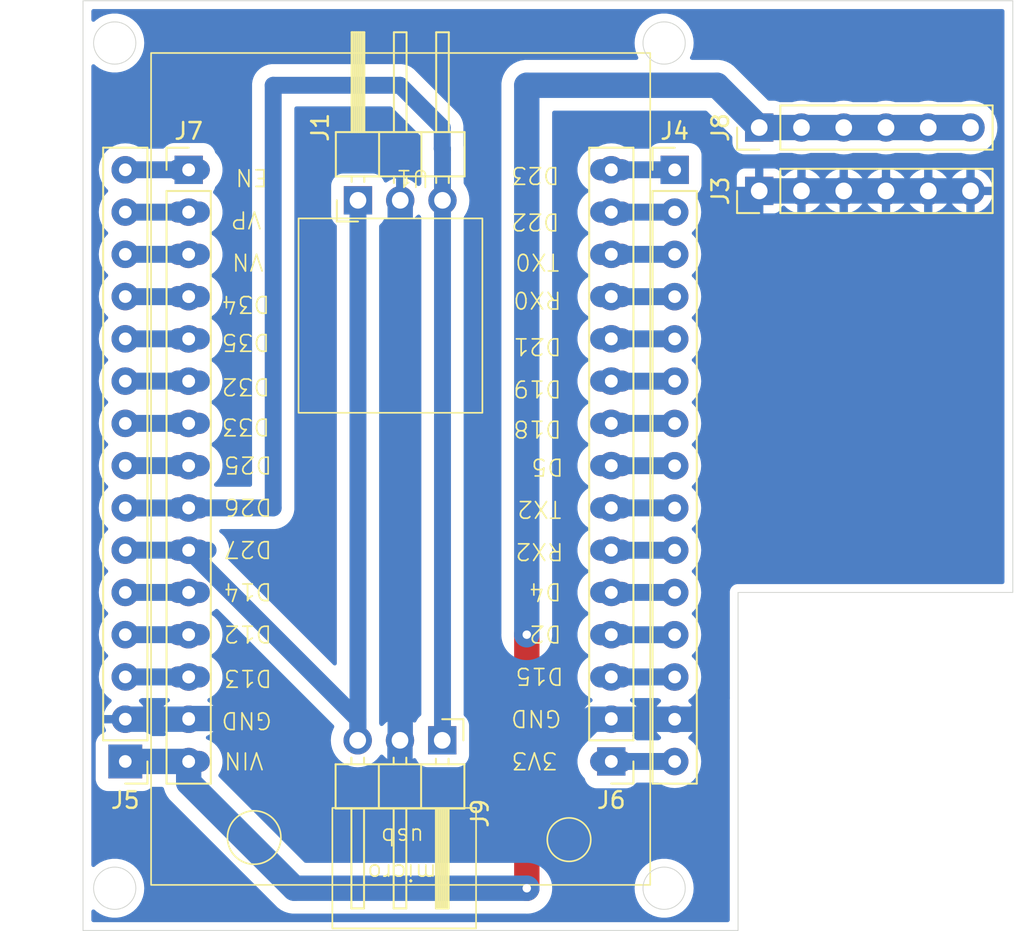
<source format=kicad_pcb>
(kicad_pcb (version 20240108) (generator "pcbnew") (generator_version "8.0")
  (layers (0 "F.Cu" signal) (31 "B.Cu" signal) (34 "B.Paste" user) (35 "F.Paste" user) (36 "B.SilkS" user "B.Silkscreen") (37 "F.SilkS" user "F.Silkscreen") (38 "B.Mask" user) (39 "F.Mask" user) (44 "Edge.Cuts" user))
  (net 0 "")
  (net 1 "Net-(J5-Pin_9)")
  (net 2 "Net-(J5-Pin_10)")
  (net 3 "GND")
  (net 4 "Net-(J4-Pin_4)")
  (net 5 "Net-(J4-Pin_8)")
  (net 6 "Net-(J4-Pin_2)")
  (net 7 "Net-(J4-Pin_7)")
  (net 8 "Net-(J4-Pin_3)")
  (net 9 "Net-(J4-Pin_15)")
  (net 10 "Net-(J4-Pin_11)")
  (net 11 "Net-(J4-Pin_12)")
  (net 12 "Net-(J4-Pin_6)")
  (net 13 "Net-(J4-Pin_13)")
  (net 14 "Net-(J5-Pin_15)")
  (net 15 "Net-(J5-Pin_12)")
  (net 16 "Net-(J4-Pin_5)")
  (net 17 "Net-(J4-Pin_10)")
  (net 18 "Net-(J5-Pin_11)")
  (net 19 "Net-(J5-Pin_3)")
  (net 20 "Net-(J5-Pin_14)")
  (net 21 "Net-(J5-Pin_13)")
  (net 22 "Net-(J5-Pin_8)")
  (net 23 "VCC")
  (net 24 "Net-(J4-Pin_9)")
  (net 25 "Net-(J4-Pin_1)")
  (net 26 "Net-(J5-Pin_5)")
  (net 27 "D27")
  (net 28 "D26")
  (net 29 "Net-(J5-Pin_4)")
  (footprint "DaveESP32ibrary:ESP32-DEVKITV1" (layer "F.Cu") (at 22.2225 40.635 180)
    (property "Reference" "U1" (at 1.778 29.972 180) (layer "F.SilkS") (effects (font (thickness 0.1))))
    (property "Value" "~")
    (fp_rect (start -2.032 -15.113) (end 6.604 -7.874) (stroke (width 0.1)) (fill none) (layer "F.SilkS"))
    (fp_rect (start -2.413 15.875) (end 8.636 27.559) (stroke (width 0.1)) (fill none) (layer "F.SilkS"))
    (fp_rect (start -12.5 -12.5) (end 17.5 37.5) (stroke (width 0.1)) (fill none) (layer "F.SilkS"))
    (fp_circle (center 11.303 -9.652) (end 12.827 -9.144) (stroke (width 0.1)) (fill none) (layer "F.SilkS"))
    (fp_circle (center -7.62 -9.779) (end -6.477 -9.144) (stroke (width 0.1)) (fill none) (layer "F.SilkS"))
    (fp_text user "D21" (at -7.239 20.447 180) (layer "F.SilkS") (effects (font (thickness 0.1)) (justify left bottom)))
    (fp_text user "TX2" (at -7.239 10.668 180) (layer "F.SilkS") (effects (font (thickness 0.1)) (justify left bottom)))
    (fp_text user "D25" (at 10.16 13.335 180) (layer "F.SilkS") (effects (font (thickness 0.1)) (justify left bottom)))
    (fp_text user "D34" (at 10.287 22.987 180) (layer "F.SilkS") (effects (font (thickness 0.1)) (justify left bottom)))
    (fp_text user "usb" (at 1.016 -9.017 180) (layer "F.SilkS") (effects (font (thickness 0.1)) (justify left bottom)))
    (fp_text user "RX0" (at -7.239 23.241 180) (layer "F.SilkS") (effects (font (thickness 0.1)) (justify left bottom)))
    (fp_text user "GND" (at 10.16 -2.032 180) (layer "F.SilkS") (effects (font (thickness 0.1)) (justify left bottom)))
    (fp_text user "D14" (at 10.16 5.715 180) (layer "F.SilkS") (effects (font (thickness 0.1)) (justify left bottom)))
    (fp_text user "D19" (at -7.239 17.907 180) (layer "F.SilkS") (effects (font (thickness 0.1)) (justify left bottom)))
    (fp_text user "D15" (at -7.366 0.635 180) (layer "F.SilkS") (effects (font (thickness 0.1)) (justify left bottom)))
    (fp_text user "D33" (at 10.287 15.621 180) (layer "F.SilkS") (effects (font (thickness 0.1)) (justify left bottom)))
    (fp_text user "D23" (at -7.112 30.734 180) (layer "F.SilkS") (effects (font (thickness 0.1)) (justify left bottom)))
    (fp_text user "GND" (at -7.239 -1.905 180) (layer "F.SilkS") (effects (font (thickness 0.1)) (justify left bottom)))
    (fp_text user "TX0" (at -7.112 25.527 180) (layer "F.SilkS") (effects (font (thickness 0.1)) (justify left bottom)))
    (fp_text user "EN" (at 10.414 30.607 180) (layer "F.SilkS") (effects (font (thickness 0.1)) (justify left bottom)))
    (fp_text user "VIN" (at 10.668 -4.445 180) (layer "F.SilkS") (effects (font (thickness 0.1)) (justify left bottom)))
    (fp_text user "D22" (at -7.112 27.94 180) (layer "F.SilkS") (effects (font (thickness 0.1)) (justify left bottom)))
    (fp_text user "RX2" (at -7.366 8.128 180) (layer "F.SilkS") (effects (font (thickness 0.1)) (justify left bottom)))
    (fp_text user "D18" (at -7.239 15.494 180) (layer "F.SilkS") (effects (font (thickness 0.1)) (justify left bottom)))
    (fp_text user "micro" (at 0.254 -11.176 180) (layer "F.SilkS") (effects (font (thickness 0.1)) (justify left bottom)))
    (fp_text user "VN" (at 10.668 25.527 180) (layer "F.SilkS") (effects (font (thickness 0.1)) (justify left bottom)))
    (fp_text user "D26" (at 10.16 10.795 180) (layer "F.SilkS") (effects (font (thickness 0.1)) (justify left bottom)))
    (fp_text user "D13" (at 10.16 0.508 180) (layer "F.SilkS") (effects (font (thickness 0.1)) (justify left bottom)))
    (fp_text user "D5" (at -7.366 13.208 180) (layer "F.SilkS") (effects (font (thickness 0.1)) (justify left bottom)))
    (fp_text user "D12" (at 10.16 3.175 180) (layer "F.SilkS") (effects (font (thickness 0.1)) (justify left bottom)))
    (fp_text user "D4" (at -7.239 5.715 180) (layer "F.SilkS") (effects (font (thickness 0.1)) (justify left bottom)))
    (fp_text user "D2" (at -7.239 3.175 180) (layer "F.SilkS") (effects (font (thickness 0.1)) (justify left bottom)))
    (fp_text user "3V3" (at -6.985 -4.445 180) (layer "F.SilkS") (effects (font (thickness 0.1)) (justify left bottom)))
    (fp_text user "D27" (at 10.16 8.255 180) (layer "F.SilkS") (effects (font (thickness 0.1)) (justify left bottom)))
    (fp_text user "D35" (at 10.287 20.701 180) (layer "F.SilkS") (effects (font (thickness 0.1)) (justify left bottom)))
    (fp_text user "VP" (at 10.795 28.067 180) (layer "F.SilkS") (effects (font (thickness 0.1)) (justify left bottom)))
    (fp_text user "D32" (at 10.287 18.034 180) (layer "F.SilkS") (effects (font (thickness 0.1)) (justify left bottom)))
    (pad "1" thru_hole oval (at -10.16 -5.08 180) (size 2.54 1.27) (drill 0.762) (layers "*.Cu" "*.Mask") (net 9 "Net-(J4-Pin_15)"))
    (pad "2" thru_hole oval (at -10.16 -2.5 180) (size 2.54 1.27) (drill 0.762) (layers "*.Cu" "*.Mask") (net 3 "GND"))
    (pad "3" thru_hole oval (at -10.16 0 180) (size 2.54 1.27) (drill 0.762) (layers "*.Cu" "*.Mask") (net 13 "Net-(J4-Pin_13)"))
    (pad "4" thru_hole oval (at -10.16 2.54 180) (size 2.54 1.27) (drill 0.762) (layers "*.Cu" "*.Mask") (net 11 "Net-(J4-Pin_12)"))
    (pad "5" thru_hole oval (at -10.16 5.08 180) (size 2.54 1.27) (drill 0.762) (layers "*.Cu" "*.Mask") (net 10 "Net-(J4-Pin_11)"))
    (pad "6" thru_hole oval (at -10.16 7.62 180) (size 2.54 1.27) (drill 0.762) (layers "*.Cu" "*.Mask") (net 17 "Net-(J4-Pin_10)"))
    (pad "7" thru_hole oval (at -10.16 10.16 180) (size 2.54 1.27) (drill 0.762) (layers "*.Cu" "*.Mask") (net 24 "Net-(J4-Pin_9)"))
    (pad "8" thru_hole oval (at -10.16 12.7 180) (size 2.54 1.27) (drill 0.762) (layers "*.Cu" "*.Mask") (net 5 "Net-(J4-Pin_8)"))
    (pad "9" thru_hole oval (at -10.16 15.24 180) (size 2.54 1.27) (drill 0.762) (layers "*.Cu" "*.Mask") (net 7 "Net-(J4-Pin_7)"))
    (pad "10" thru_hole oval (at -10.16 17.78 180) (size 2.54 1.27) (drill 0.762) (layers "*.Cu" "*.Mask") (net 12 "Net-(J4-Pin_6)"))
    (pad "11" thru_hole oval (at -10.16 20.32 180) (size 2.54 1.27) (drill 0.762) (layers "*.Cu" "*.Mask") (net 16 "Net-(J4-Pin_5)"))
    (pad "12" thru_hole oval (at -10.16 22.86 180) (size 2.54 1.27) (drill 0.762) (layers "*.Cu" "*.Mask") (net 4 "Net-(J4-Pin_4)"))
    (pad "13" thru_hole oval (at -10.16 25.4 180) (size 2.54 1.27) (drill 0.762) (layers "*.Cu" "*.Mask") (net 8 "Net-(J4-Pin_3)"))
    (pad "14" thru_hole oval (at -10.16 27.94 180) (size 2.54 1.27) (drill 0.762) (layers "*.Cu" "*.Mask") (net 6 "Net-(J4-Pin_2)"))
    (pad "15" thru_hole oval (at -10.16 30.48 180) (size 2.54 1.27) (drill 0.762) (layers "*.Cu" "*.Mask") (net 25 "Net-(J4-Pin_1)"))
    (pad "16" thru_hole oval (at 15.24 30.48 180) (size 2.54 1.27) (drill 0.762) (layers "*.Cu" "*.Mask") (net 14 "Net-(J5-Pin_15)"))
    (pad "17" thru_hole oval (at 15.24 27.94 180) (size 2.54 1.27) (drill 0.762) (layers "*.Cu" "*.Mask") (net 20 "Net-(J5-Pin_14)"))
    (pad "18" thru_hole oval (at 15.24 25.4 180) (size 2.54 1.27) (drill 0.762) (layers "*.Cu" "*.Mask") (net 21 "Net-(J5-Pin_13)"))
    (pad "19" thru_hole oval (at 15.24 22.86 180) (size 2.54 1.27) (drill 0.762) (layers "*.Cu" "*.Mask") (net 15 "Net-(J5-Pin_12)"))
    (pad "20" thru_hole oval (at 15.24 20.32 180) (size 2.54 1.27) (drill 0.762) (layers "*.Cu" "*.Mask") (net 18 "Net-(J5-Pin_11)"))
    (pad "21" thru_hole oval (at 15.24 17.78 180) (size 2.54 1.27) (drill 0.762) (layers "*.Cu" "*.Mask") (net 2 "Net-(J5-Pin_10)"))
    (pad "22" thru_hole oval (at 15.24 15.24 180) (size 2.54 1.27) (drill 0.762) (layers "*.Cu" "*.Mask") (net 1 "Net-(J5-Pin_9)"))
    (pad "23" thru_hole oval (at 15.24 12.7 180) (size 2.54 1.27) (drill 0.762) (layers "*.Cu" "*.Mask") (net 22 "Net-(J5-Pin_8)"))
    (pad "24" thru_hole oval (at 15.24 10.16 180) (size 2.54 1.27) (drill 0.762) (layers "*.Cu" "*.Mask") (net 28 "D26"))
    (pad "25" thru_hole oval (at 15.24 7.62 180) (size 2.54 1.27) (drill 0.762) (layers "*.Cu" "*.Mask") (net 27 "D27"))
    (pad "26" thru_hole oval (at 15.24 5.08 180) (size 2.54 1.27) (drill 0.762) (layers "*.Cu" "*.Mask") (net 26 "Net-(J5-Pin_5)"))
    (pad "27" thru_hole oval (at 15.24 2.54 180) (size 2.54 1.27) (drill 0.762) (layers "*.Cu" "*.Mask") (net 29 "Net-(J5-Pin_4)"))
    (pad "28" thru_hole oval (at 15.24 0 180) (size 2.54 1.27) (drill 0.762) (layers "*.Cu" "*.Mask") (net 19 "Net-(J5-Pin_3)"))
    (pad "29" thru_hole oval (at 15.24 -2.5 180) (size 2.54 1.27) (drill 0.762) (layers "*.Cu" "*.Mask") (net 3 "GND"))
    (pad "30" thru_hole oval (at 15.24 -5.08 180) (size 2.54 1.27) (drill 0.762) (layers "*.Cu" "*.Mask") (net 23 "VCC"))
  )
  (footprint "Connector_PinHeader_2.54mm:PinHeader_1x15_P2.54mm_Vertical" (layer "F.Cu") (at 32.3825 45.715 180)
    (property "Reference" "J6" (at 0 -2.33 0) (layer "F.SilkS"))
    (property "Value" "Conn_01x15_Pin")
    (fp_line (start 1.33 1.27) (end 1.33 36.89) (stroke (width 0.12)) (layer "F.SilkS"))
    (fp_line (start -1.33 36.89) (end 1.33 36.89) (stroke (width 0.12)) (layer "F.SilkS"))
    (fp_line (start -1.33 1.27) (end 1.33 1.27) (stroke (width 0.12)) (layer "F.SilkS"))
    (fp_line (start -1.33 1.27) (end -1.33 36.89) (stroke (width 0.12)) (layer "F.SilkS"))
    (fp_line (start -1.33 0) (end -1.33 -1.33) (stroke (width 0.12)) (layer "F.SilkS"))
    (fp_line (start -1.33 -1.33) (end 0 -1.33) (stroke (width 0.12)) (layer "F.SilkS"))
    (pad "1" thru_hole rect (at 0 0 180) (size 1.7 1.7) (drill 0.762) (layers "*.Cu" "*.Mask") (net 9 "Net-(J4-Pin_15)"))
    (pad "2" thru_hole oval (at 0 2.54 180) (size 1.651 1.651) (drill 0.762) (layers "*.Cu" "*.Mask") (net 3 "GND"))
    (pad "3" thru_hole oval (at 0 5.08 180) (size 1.651 1.651) (drill 0.762) (layers "*.Cu" "*.Mask") (net 13 "Net-(J4-Pin_13)"))
    (pad "4" thru_hole oval (at 0 7.62 180) (size 1.651 1.651) (drill 0.762) (layers "*.Cu" "*.Mask") (net 11 "Net-(J4-Pin_12)"))
    (pad "5" thru_hole oval (at 0 10.16 180) (size 1.651 1.651) (drill 0.762) (layers "*.Cu" "*.Mask") (net 10 "Net-(J4-Pin_11)"))
    (pad "6" thru_hole oval (at 0 12.7 180) (size 1.651 1.651) (drill 0.762) (layers "*.Cu" "*.Mask") (net 17 "Net-(J4-Pin_10)"))
    (pad "7" thru_hole oval (at 0 15.24 180) (size 1.651 1.651) (drill 0.762) (layers "*.Cu" "*.Mask") (net 24 "Net-(J4-Pin_9)"))
    (pad "8" thru_hole oval (at 0 17.78 180) (size 1.651 1.651) (drill 0.762) (layers "*.Cu" "*.Mask") (net 5 "Net-(J4-Pin_8)"))
    (pad "9" thru_hole oval (at 0 20.32 180) (size 1.651 1.651) (drill 0.762) (layers "*.Cu" "*.Mask") (net 7 "Net-(J4-Pin_7)"))
    (pad "10" thru_hole oval (at 0 22.86 180) (size 1.651 1.651) (drill 0.762) (layers "*.Cu" "*.Mask") (net 12 "Net-(J4-Pin_6)"))
    (pad "11" thru_hole oval (at 0 25.4 180) (size 1.651 1.651) (drill 0.762) (layers "*.Cu" "*.Mask") (net 16 "Net-(J4-Pin_5)"))
    (pad "12" thru_hole oval (at 0 27.94 180) (size 1.651 1.651) (drill 0.762) (layers "*.Cu" "*.Mask") (net 4 "Net-(J4-Pin_4)"))
    (pad "13" thru_hole oval (at 0 30.48 180) (size 1.651 1.651) (drill 0.762) (layers "*.Cu" "*.Mask") (net 8 "Net-(J4-Pin_3)"))
    (pad "14" thru_hole oval (at 0 33.02 180) (size 1.651 1.651) (drill 0.762) (layers "*.Cu" "*.Mask") (net 6 "Net-(J4-Pin_2)"))
    (pad "15" thru_hole oval (at 0 35.56 180) (size 1.651 1.651) (drill 0.762) (layers "*.Cu" "*.Mask") (net 25 "Net-(J4-Pin_1)"))
  )
  (footprint "Connector_PinHeader_2.54mm:PinHeader_1x15_P2.54mm_Vertical" (layer "F.Cu") (at 6.9825 10.16)
    (property "Reference" "J7" (at 0 -2.33 0) (layer "F.SilkS"))
    (property "Value" "Conn_01x15_Pin")
    (fp_line (start -1.33 -1.33) (end 0 -1.33) (stroke (width 0.12)) (layer "F.SilkS"))
    (fp_line (start -1.33 0) (end -1.33 -1.33) (stroke (width 0.12)) (layer "F.SilkS"))
    (fp_line (start -1.33 1.27) (end -1.33 36.89) (stroke (width 0.12)) (layer "F.SilkS"))
    (fp_line (start -1.33 1.27) (end 1.33 1.27) (stroke (width 0.12)) (layer "F.SilkS"))
    (fp_line (start -1.33 36.89) (end 1.33 36.89) (stroke (width 0.12)) (layer "F.SilkS"))
    (fp_line (start 1.33 1.27) (end 1.33 36.89) (stroke (width 0.12)) (layer "F.SilkS"))
    (pad "1" thru_hole rect (at 0 0) (size 1.7 1.7) (drill 0.762) (layers "*.Cu" "*.Mask") (net 14 "Net-(J5-Pin_15)"))
    (pad "2" thru_hole oval (at 0 2.54) (size 1.651 1.651) (drill 0.762) (layers "*.Cu" "*.Mask") (net 20 "Net-(J5-Pin_14)"))
    (pad "3" thru_hole oval (at 0 5.08) (size 1.651 1.651) (drill 0.762) (layers "*.Cu" "*.Mask") (net 21 "Net-(J5-Pin_13)"))
    (pad "4" thru_hole oval (at 0 7.62) (size 1.651 1.651) (drill 0.762) (layers "*.Cu" "*.Mask") (net 15 "Net-(J5-Pin_12)"))
    (pad "5" thru_hole oval (at 0 10.16) (size 1.651 1.651) (drill 0.762) (layers "*.Cu" "*.Mask") (net 18 "Net-(J5-Pin_11)"))
    (pad "6" thru_hole oval (at 0 12.7) (size 1.651 1.651) (drill 0.762) (layers "*.Cu" "*.Mask") (net 2 "Net-(J5-Pin_10)"))
    (pad "7" thru_hole oval (at 0 15.24) (size 1.651 1.651) (drill 0.762) (layers "*.Cu" "*.Mask") (net 1 "Net-(J5-Pin_9)"))
    (pad "8" thru_hole oval (at 0 17.78) (size 1.651 1.651) (drill 0.762) (layers "*.Cu" "*.Mask") (net 22 "Net-(J5-Pin_8)"))
    (pad "9" thru_hole oval (at 0 20.32) (size 1.651 1.651) (drill 0.762) (layers "*.Cu" "*.Mask") (net 28 "D26"))
    (pad "10" thru_hole oval (at 0 22.86) (size 1.651 1.651) (drill 0.762) (layers "*.Cu" "*.Mask") (net 27 "D27"))
    (pad "11" thru_hole oval (at 0 25.4) (size 1.651 1.651) (drill 0.762) (layers "*.Cu" "*.Mask") (net 26 "Net-(J5-Pin_5)"))
    (pad "12" thru_hole oval (at 0 27.94) (size 1.651 1.651) (drill 0.762) (layers "*.Cu" "*.Mask") (net 29 "Net-(J5-Pin_4)"))
    (pad "13" thru_hole oval (at 0 30.48) (size 1.651 1.651) (drill 0.762) (layers "*.Cu" "*.Mask") (net 19 "Net-(J5-Pin_3)"))
    (pad "14" thru_hole oval (at 0 33.02) (size 1.651 1.651) (drill 0.762) (layers "*.Cu" "*.Mask") (net 3 "GND"))
    (pad "15" thru_hole oval (at 0 35.56) (size 1.651 1.651) (drill 0.762) (layers "*.Cu" "*.Mask") (net 23 "VCC"))
  )
  (footprint "Connector_PinHeader_2.54mm:PinHeader_1x06_P2.54mm_Vertical" (layer "F.Cu") (at 41.2725 11.425 90)
    (property "Reference" "J3" (at 0 -2.33 90) (layer "F.SilkS"))
    (property "Value" "Conn_01x06_Pin")
    (fp_line (start -1.33 -1.33) (end 0 -1.33) (stroke (width 0.12)) (layer "F.SilkS"))
    (fp_line (start -1.33 0) (end -1.33 -1.33) (stroke (width 0.12)) (layer "F.SilkS"))
    (fp_line (start 1.33 1.27) (end 1.33 14.03) (stroke (width 0.12)) (layer "F.SilkS"))
    (fp_line (start -1.33 1.27) (end 1.33 1.27) (stroke (width 0.12)) (layer "F.SilkS"))
    (fp_line (start -1.33 1.27) (end -1.33 14.03) (stroke (width 0.12)) (layer "F.SilkS"))
    (fp_line (start -1.33 14.03) (end 1.33 14.03) (stroke (width 0.12)) (layer "F.SilkS"))
    (pad "1" thru_hole rect (at 0 0 90) (size 1.7 1.7) (drill 1) (layers "*.Cu" "*.Mask") (net 3 "GND"))
    (pad "2" thru_hole oval (at 0 2.54 90) (size 1.7 1.7) (drill 1) (layers "*.Cu" "*.Mask") (net 3 "GND"))
    (pad "3" thru_hole oval (at 0 5.08 90) (size 1.7 1.7) (drill 1) (layers "*.Cu" "*.Mask") (net 3 "GND"))
    (pad "4" thru_hole oval (at 0 7.62 90) (size 1.7 1.7) (drill 1) (layers "*.Cu" "*.Mask") (net 3 "GND"))
    (pad "5" thru_hole oval (at 0 10.16 90) (size 1.7 1.7) (drill 1) (layers "*.Cu" "*.Mask") (net 3 "GND"))
    (pad "6" thru_hole oval (at 0 12.7 90) (size 1.7 1.7) (drill 1) (layers "*.Cu" "*.Mask") (net 3 "GND"))
  )
  (footprint "Connector_PinHeader_2.54mm:PinHeader_1x06_P2.54mm_Vertical" (layer "F.Cu") (at 41.2725 7.615 90)
    (property "Reference" "J8" (at 0 -2.33 90) (layer "F.SilkS"))
    (property "Value" "Conn_01x06_Pin")
    (fp_line (start -1.33 -1.33) (end 0 -1.33) (stroke (width 0.12)) (layer "F.SilkS"))
    (fp_line (start -1.33 0) (end -1.33 -1.33) (stroke (width 0.12)) (layer "F.SilkS"))
    (fp_line (start 1.33 1.27) (end 1.33 14.03) (stroke (width 0.12)) (layer "F.SilkS"))
    (fp_line (start -1.33 1.27) (end 1.33 1.27) (stroke (width 0.12)) (layer "F.SilkS"))
    (fp_line (start -1.33 1.27) (end -1.33 14.03) (stroke (width 0.12)) (layer "F.SilkS"))
    (fp_line (start -1.33 14.03) (end 1.33 14.03) (stroke (width 0.12)) (layer "F.SilkS"))
    (pad "1" thru_hole rect (at 0 0 90) (size 1.7 1.7) (drill 1) (layers "*.Cu" "*.Mask") (net 23 "VCC"))
    (pad "2" thru_hole oval (at 0 2.54 90) (size 1.7 1.7) (drill 1) (layers "*.Cu" "*.Mask") (net 23 "VCC"))
    (pad "3" thru_hole oval (at 0 5.08 90) (size 1.7 1.7) (drill 1) (layers "*.Cu" "*.Mask") (net 23 "VCC"))
    (pad "4" thru_hole oval (at 0 7.62 90) (size 1.7 1.7) (drill 1) (layers "*.Cu" "*.Mask") (net 23 "VCC"))
    (pad "5" thru_hole oval (at 0 10.16 90) (size 1.7 1.7) (drill 1) (layers "*.Cu" "*.Mask") (net 23 "VCC"))
    (pad "6" thru_hole oval (at 0 12.7 90) (size 1.7 1.7) (drill 1) (layers "*.Cu" "*.Mask") (net 23 "VCC"))
  )
  (footprint "Connector_PinHeader_2.54mm:PinHeader_1x03_P2.54mm_Horizontal" (layer "F.Cu") (at 22.2225 44.445 -90)
    (property "Reference" "J9" (at 4.385 -2.27 90) (layer "F.SilkS"))
    (property "Value" "Conn_01x03_Pin")
    (fp_line (start 1.44 6.41) (end 4.1 6.41) (stroke (width 0.12)) (layer "F.SilkS"))
    (fp_line (start 4.1 6.41) (end 4.1 -1.33) (stroke (width 0.12)) (layer "F.SilkS"))
    (fp_line (start 1.042929 5.46) (end 1.44 5.46) (stroke (width 0.12)) (layer "F.SilkS"))
    (fp_line (start 10.1 5.46) (end 4.1 5.46) (stroke (width 0.12)) (layer "F.SilkS"))
    (fp_line (start 1.042929 4.7) (end 1.44 4.7) (stroke (width 0.12)) (layer "F.SilkS"))
    (fp_line (start 4.1 4.7) (end 10.1 4.7) (stroke (width 0.12)) (layer "F.SilkS"))
    (fp_line (start 10.1 4.7) (end 10.1 5.46) (stroke (width 0.12)) (layer "F.SilkS"))
    (fp_line (start 1.44 3.81) (end 4.1 3.81) (stroke (width 0.12)) (layer "F.SilkS"))
    (fp_line (start 1.042929 2.92) (end 1.44 2.92) (stroke (width 0.12)) (layer "F.SilkS"))
    (fp_line (start 10.1 2.92) (end 4.1 2.92) (stroke (width 0.12)) (layer "F.SilkS"))
    (fp_line (start 1.042929 2.16) (end 1.44 2.16) (stroke (width 0.12)) (layer "F.SilkS"))
    (fp_line (start 4.1 2.16) (end 10.1 2.16) (stroke (width 0.12)) (layer "F.SilkS"))
    (fp_line (start 10.1 2.16) (end 10.1 2.92) (stroke (width 0.12)) (layer "F.SilkS"))
    (fp_line (start 1.44 1.27) (end 4.1 1.27) (stroke (width 0.12)) (layer "F.SilkS"))
    (fp_line (start 1.11 0.38) (end 1.44 0.38) (stroke (width 0.12)) (layer "F.SilkS"))
    (fp_line (start 10.1 0.38) (end 4.1 0.38) (stroke (width 0.12)) (layer "F.SilkS"))
    (fp_line (start 4.1 0.28) (end 10.1 0.28) (stroke (width 0.12)) (layer "F.SilkS"))
    (fp_line (start 4.1 0.16) (end 10.1 0.16) (stroke (width 0.12)) (layer "F.SilkS"))
    (fp_line (start 4.1 0.04) (end 10.1 0.04) (stroke (width 0.12)) (layer "F.SilkS"))
    (fp_line (start -1.27 0) (end -1.27 -1.27) (stroke (width 0.12)) (layer "F.SilkS"))
    (fp_line (start 4.1 -0.08) (end 10.1 -0.08) (stroke (width 0.12)) (layer "F.SilkS"))
    (fp_line (start 4.1 -0.2) (end 10.1 -0.2) (stroke (width 0.12)) (layer "F.SilkS"))
    (fp_line (start 4.1 -0.32) (end 10.1 -0.32) (stroke (width 0.12)) (layer "F.SilkS"))
    (fp_line (start 1.11 -0.38) (end 1.44 -0.38) (stroke (width 0.12)) (layer "F.SilkS"))
    (fp_line (start 4.1 -0.38) (end 10.1 -0.38) (stroke (width 0.12)) (layer "F.SilkS"))
    (fp_line (start 10.1 -0.38) (end 10.1 0.38) (stroke (width 0.12)) (layer "F.SilkS"))
    (fp_line (start -1.27 -1.27) (end 0 -1.27) (stroke (width 0.12)) (layer "F.SilkS"))
    (fp_line (start 1.44 -1.33) (end 1.44 6.41) (stroke (width 0.12)) (layer "F.SilkS"))
    (fp_line (start 4.1 -1.33) (end 1.44 -1.33) (stroke (width 0.12)) (layer "F.SilkS"))
    (pad "1" thru_hole rect (at 0 0 270) (size 1.7 1.7) (drill 1) (layers "*.Cu" "*.Mask") (net 28 "D26"))
    (pad "2" thru_hole oval (at 0 2.54 270) (size 1.7 1.7) (drill 1) (layers "*.Cu" "*.Mask") (net 3 "GND"))
    (pad "3" thru_hole oval (at 0 5.08 270) (size 1.7 1.7) (drill 1) (layers "*.Cu" "*.Mask") (net 27 "D27"))
  )
  (footprint "Connector_PinHeader_2.54mm:PinHeader_1x15_P2.54mm_Vertical" (layer "F.Cu") (at 3.1725 45.715 180)
    (property "Reference" "J5" (at 0 -2.33 0) (layer "F.SilkS"))
    (property "Value" "Conn_01x15_Socket")
    (fp_line (start 1.33 1.27) (end 1.33 36.89) (stroke (width 0.12)) (layer "F.SilkS"))
    (fp_line (start -1.33 36.89) (end 1.33 36.89) (stroke (width 0.12)) (layer "F.SilkS"))
    (fp_line (start -1.33 1.27) (end 1.33 1.27) (stroke (width 0.12)) (layer "F.SilkS"))
    (fp_line (start -1.33 1.27) (end -1.33 36.89) (stroke (width 0.12)) (layer "F.SilkS"))
    (fp_line (start -1.33 0) (end -1.33 -1.33) (stroke (width 0.12)) (layer "F.SilkS"))
    (fp_line (start -1.33 -1.33) (end 0 -1.33) (stroke (width 0.12)) (layer "F.SilkS"))
    (pad "1" thru_hole rect (at 0 0 180) (size 2.032 2.032) (drill 0.762) (layers "*.Cu" "*.Mask") (net 23 "VCC"))
    (pad "2" thru_hole oval (at 0 2.54 180) (size 1.651 1.651) (drill 0.762) (layers "*.Cu" "*.Mask") (net 3 "GND"))
    (pad "3" thru_hole oval (at 0 5.08 180) (size 1.651 1.651) (drill 0.762) (layers "*.Cu" "*.Mask") (net 19 "Net-(J5-Pin_3)"))
    (pad "4" thru_hole oval (at 0 7.62 180) (size 1.651 1.651) (drill 0.762) (layers "*.Cu" "*.Mask") (net 29 "Net-(J5-Pin_4)"))
    (pad "5" thru_hole oval (at 0 10.16 180) (size 1.651 1.651) (drill 0.762) (layers "*.Cu" "*.Mask") (net 26 "Net-(J5-Pin_5)"))
    (pad "6" thru_hole oval (at 0 12.7 180) (size 1.651 1.651) (drill 0.762) (layers "*.Cu" "*.Mask") (net 27 "D27"))
    (pad "7" thru_hole oval (at 0 15.24 180) (size 1.651 1.651) (drill 0.762) (layers "*.Cu" "*.Mask") (net 28 "D26"))
    (pad "8" thru_hole oval (at 0 17.78 180) (size 1.651 1.651) (drill 0.762) (layers "*.Cu" "*.Mask") (net 22 "Net-(J5-Pin_8)"))
    (pad "9" thru_hole oval (at 0 20.32 180) (size 1.651 1.651) (drill 0.762) (layers "*.Cu" "*.Mask") (net 1 "Net-(J5-Pin_9)"))
    (pad "10" thru_hole oval (at 0 22.86 180) (size 1.651 1.651) (drill 0.762) (layers "*.Cu" "*.Mask") (net 2 "Net-(J5-Pin_10)"))
    (pad "11" thru_hole oval (at 0 25.4 180) (size 1.651 1.651) (drill 0.762) (layers "*.Cu" "*.Mask") (net 18 "Net-(J5-Pin_11)"))
    (pad "12" thru_hole oval (at 0 27.94 180) (size 1.651 1.651) (drill 0.762) (layers "*.Cu" "*.Mask") (net 15 "Net-(J5-Pin_12)"))
    (pad "13" thru_hole oval (at 0 30.48 180) (size 1.651 1.651) (drill 0.762) (layers "*.Cu" "*.Mask") (net 21 "Net-(J5-Pin_13)"))
    (pad "14" thru_hole oval (at 0 33.02 180) (size 1.651 1.651) (drill 0.762) (layers "*.Cu" "*.Mask") (net 20 "Net-(J5-Pin_14)"))
    (pad "15" thru_hole oval (at 0 35.56 180) (size 1.651 1.651) (drill 0.762) (layers "*.Cu" "*.Mask") (net 14 "Net-(J5-Pin_15)"))
  )
  (footprint "Connector_PinHeader_2.54mm:PinHeader_1x03_P2.54mm_Horizontal" (layer "F.Cu") (at 17.1575 11.99 90)
    (property "Reference" "J1" (at 4.385 -2.27 90) (layer "F.SilkS"))
    (property "Value" "Conn_01x03_Pin")
    (fp_line (start 4.1 -1.33) (end 1.44 -1.33) (stroke (width 0.12)) (layer "F.SilkS"))
    (fp_line (start 1.44 -1.33) (end 1.44 6.41) (stroke (width 0.12)) (layer "F.SilkS"))
    (fp_line (start -1.27 -1.27) (end 0 -1.27) (stroke (width 0.12)) (layer "F.SilkS"))
    (fp_line (start 10.1 -0.38) (end 10.1 0.38) (stroke (width 0.12)) (layer "F.SilkS"))
    (fp_line (start 4.1 -0.38) (end 10.1 -0.38) (stroke (width 0.12)) (layer "F.SilkS"))
    (fp_line (start 1.11 -0.38) (end 1.44 -0.38) (stroke (width 0.12)) (layer "F.SilkS"))
    (fp_line (start 4.1 -0.32) (end 10.1 -0.32) (stroke (width 0.12)) (layer "F.SilkS"))
    (fp_line (start 4.1 -0.2) (end 10.1 -0.2) (stroke (width 0.12)) (layer "F.SilkS"))
    (fp_line (start 4.1 -0.08) (end 10.1 -0.08) (stroke (width 0.12)) (layer "F.SilkS"))
    (fp_line (start -1.27 0) (end -1.27 -1.27) (stroke (width 0.12)) (layer "F.SilkS"))
    (fp_line (start 4.1 0.04) (end 10.1 0.04) (stroke (width 0.12)) (layer "F.SilkS"))
    (fp_line (start 4.1 0.16) (end 10.1 0.16) (stroke (width 0.12)) (layer "F.SilkS"))
    (fp_line (start 4.1 0.28) (end 10.1 0.28) (stroke (width 0.12)) (layer "F.SilkS"))
    (fp_line (start 10.1 0.38) (end 4.1 0.38) (stroke (width 0.12)) (layer "F.SilkS"))
    (fp_line (start 1.11 0.38) (end 1.44 0.38) (stroke (width 0.12)) (layer "F.SilkS"))
    (fp_line (start 1.44 1.27) (end 4.1 1.27) (stroke (width 0.12)) (layer "F.SilkS"))
    (fp_line (start 10.1 2.16) (end 10.1 2.92) (stroke (width 0.12)) (layer "F.SilkS"))
    (fp_line (start 4.1 2.16) (end 10.1 2.16) (stroke (width 0.12)) (layer "F.SilkS"))
    (fp_line (start 1.042929 2.16) (end 1.44 2.16) (stroke (width 0.12)) (layer "F.SilkS"))
    (fp_line (start 10.1 2.92) (end 4.1 2.92) (stroke (width 0.12)) (layer "F.SilkS"))
    (fp_line (start 1.042929 2.92) (end 1.44 2.92) (stroke (width 0.12)) (layer "F.SilkS"))
    (fp_line (start 1.44 3.81) (end 4.1 3.81) (stroke (width 0.12)) (layer "F.SilkS"))
    (fp_line (start 10.1 4.7) (end 10.1 5.46) (stroke (width 0.12)) (layer "F.SilkS"))
    (fp_line (start 4.1 4.7) (end 10.1 4.7) (stroke (width 0.12)) (layer "F.SilkS"))
    (fp_line (start 1.042929 4.7) (end 1.44 4.7) (stroke (width 0.12)) (layer "F.SilkS"))
    (fp_line (start 10.1 5.46) (end 4.1 5.46) (stroke (width 0.12)) (layer "F.SilkS"))
    (fp_line (start 1.042929 5.46) (end 1.44 5.46) (stroke (width 0.12)) (layer "F.SilkS"))
    (fp_line (start 4.1 6.41) (end 4.1 -1.33) (stroke (width 0.12)) (layer "F.SilkS"))
    (fp_line (start 1.44 6.41) (end 4.1 6.41) (stroke (width 0.12)) (layer "F.SilkS"))
    (pad "1" thru_hole rect (at 0 0 90) (size 1.7 1.7) (drill 1) (layers "*.Cu" "*.Mask") (net 27 "D27"))
    (pad "2" thru_hole oval (at 0 2.54 90) (size 1.7 1.7) (drill 1) (layers "*.Cu" "*.Mask") (net 3 "GND"))
    (pad "3" thru_hole oval (at 0 5.08 90) (size 1.7 1.7) (drill 1) (layers "*.Cu" "*.Mask") (net 28 "D26"))
  )
  (footprint "Connector_PinHeader_2.54mm:PinHeader_1x15_P2.54mm_Vertical" (layer "F.Cu") (at 36.1925 10.16)
    (property "Reference" "J4" (at 0 -2.33 0) (layer "F.SilkS"))
    (property "Value" "Conn_01x15_Socket")
    (fp_line (start -1.33 -1.33) (end 0 -1.33) (stroke (width 0.12)) (layer "F.SilkS"))
    (fp_line (start -1.33 0) (end -1.33 -1.33) (stroke (width 0.12)) (layer "F.SilkS"))
    (fp_line (start -1.33 1.27) (end -1.33 36.89) (stroke (width 0.12)) (layer "F.SilkS"))
    (fp_line (start -1.33 1.27) (end 1.33 1.27) (stroke (width 0.12)) (layer "F.SilkS"))
    (fp_line (start -1.33 36.89) (end 1.33 36.89) (stroke (width 0.12)) (layer "F.SilkS"))
    (fp_line (start 1.33 1.27) (end 1.33 36.89) (stroke (width 0.12)) (layer "F.SilkS"))
    (pad "1" thru_hole rect (at 0 0) (size 1.7 1.7) (drill 0.762) (layers "*.Cu" "*.Mask") (net 25 "Net-(J4-Pin_1)"))
    (pad "2" thru_hole oval (at 0 2.54) (size 1.651 1.651) (drill 0.762) (layers "*.Cu" "*.Mask") (net 6 "Net-(J4-Pin_2)"))
    (pad "3" thru_hole oval (at 0 5.08) (size 1.651 1.651) (drill 0.762) (layers "*.Cu" "*.Mask") (net 8 "Net-(J4-Pin_3)"))
    (pad "4" thru_hole oval (at 0 7.62) (size 1.651 1.651) (drill 0.762) (layers "*.Cu" "*.Mask") (net 4 "Net-(J4-Pin_4)"))
    (pad "5" thru_hole oval (at 0 10.16) (size 1.651 1.651) (drill 0.762) (layers "*.Cu" "*.Mask") (net 16 "Net-(J4-Pin_5)"))
    (pad "6" thru_hole oval (at 0 12.7) (size 1.651 1.651) (drill 0.762) (layers "*.Cu" "*.Mask") (net 12 "Net-(J4-Pin_6)"))
    (pad "7" thru_hole oval (at 0 15.24) (size 1.651 1.651) (drill 0.762) (layers "*.Cu" "*.Mask") (net 7 "Net-(J4-Pin_7)"))
    (pad "8" thru_hole oval (at 0 17.78) (size 1.651 1.651) (drill 0.762) (layers "*.Cu" "*.Mask") (net 5 "Net-(J4-Pin_8)"))
    (pad "9" thru_hole oval (at 0 20.32) (size 1.651 1.651) (drill 0.762) (layers "*.Cu" "*.Mask") (net 24 "Net-(J4-Pin_9)"))
    (pad "10" thru_hole oval (at 0 22.86) (size 1.651 1.651) (drill 0.762) (layers "*.Cu" "*.Mask") (net 17 "Net-(J4-Pin_10)"))
    (pad "11" thru_hole oval (at 0 25.4) (size 1.651 1.651) (drill 0.762) (layers "*.Cu" "*.Mask") (net 10 "Net-(J4-Pin_11)"))
    (pad "12" thru_hole oval (at 0 27.94) (size 1.651 1.651) (drill 0.762) (layers "*.Cu" "*.Mask") (net 11 "Net-(J4-Pin_12)"))
    (pad "13" thru_hole oval (at 0 30.48) (size 1.651 1.651) (drill 0.762) (layers "*.Cu" "*.Mask") (net 13 "Net-(J4-Pin_13)"))
    (pad "14" thru_hole oval (at 0 33.02) (size 1.651 1.651) (drill 0.762) (layers "*.Cu" "*.Mask") (net 3 "GND"))
    (pad "15" thru_hole oval (at 0 35.56) (size 1.651 1.651) (drill 0.762) (layers "*.Cu" "*.Mask") (net 9 "Net-(J4-Pin_15)"))
  )
  (gr_circle (center 35.5575 2.535) (end 36.8275 2.535) (stroke (width 0.05)) (fill none) (layer "Edge.Cuts"))
  (gr_circle (center 2.5375 53.335) (end 3.8075 53.335) (stroke (width 0.05)) (fill none) (layer "Edge.Cuts"))
  (gr_line (start 0.6325 -0.005) (end 0.6325 55.875) (stroke (width 0.05)) (layer "Edge.Cuts"))
  (gr_line (start 56.5125 -0.005) (end 56.5125 35.555) (stroke (width 0.05)) (layer "Edge.Cuts"))
  (gr_circle (center 2.5375 2.535) (end 3.8075 2.535) (stroke (width 0.05)) (fill none) (layer "Edge.Cuts"))
  (gr_line (start 0.6325 -0.005) (end 56.5125 -0.005) (stroke (width 0.05)) (layer "Edge.Cuts"))
  (gr_line (start 56.5125 35.555) (end 40.0025 35.555) (stroke (width 0.05)) (layer "Edge.Cuts"))
  (gr_line (start 40.0025 55.875) (end 40.0025 35.555) (stroke (width 0.05)) (layer "Edge.Cuts"))
  (gr_line (start 0.6325 55.875) (end 40.0025 55.875) (stroke (width 0.05)) (layer "Edge.Cuts"))
  (gr_circle (center 35.5575 53.335) (end 36.8275 53.335) (stroke (width 0.05)) (fill none) (layer "Edge.Cuts"))
  (segment (start 3.1725 25.395) (end 6.9775 25.395) (width 1.016) (layer "B.Cu") (net 1))
  (segment (start 6.9775 25.395) (end 6.9825 25.4) (width 1.016) (layer "B.Cu") (net 1))
  (segment (start 6.9825 22.855) (end 3.1725 22.855) (width 1.016) (layer "B.Cu") (net 2))
  (segment (start 19.6975 11.99) (end 19.6975 44.43) (width 1.524) (layer "B.Cu") (net 3))
  (segment (start 38.7325 13.965) (end 41.2725 11.425) (width 1.524) (layer "B.Cu") (net 3))
  (segment (start 36.1925 43.18) (end 32.4275 43.18) (width 1.524) (layer "B.Cu") (net 3))
  (segment (start 19.6975 44.43) (end 19.6825 44.445) (width 1.524) (layer "B.Cu") (net 3))
  (segment (start 32.4275 43.18) (end 32.3825 43.135) (width 1.524) (layer "B.Cu") (net 3))
  (segment (start 53.9725 11.425) (end 51.4325 11.425) (width 1.524) (layer "B.Cu") (net 3))
  (segment (start 19.6825 49.525) (end 19.6825 44.445) (width 1.524) (layer "B.Cu") (net 3))
  (segment (start 31.215067 43.175) (end 26.0325 48.357567) (width 1.524) (layer "B.Cu") (net 3))
  (segment (start 26.0325 48.357567) (end 26.0325 49.525) (width 1.524) (layer "B.Cu") (net 3))
  (segment (start 26.0325 49.525) (end 19.6825 49.525) (width 1.524) (layer "B.Cu") (net 3))
  (segment (start 3.1725 43.175) (end 6.9775 43.175) (width 1.524) (layer "B.Cu") (net 3))
  (segment (start 37.4575 43.18) (end 38.7325 41.905) (width 1.524) (layer "B.Cu") (net 3))
  (segment (start 51.4325 11.425) (end 48.8925 11.425) (width 1.524) (layer "B.Cu") (net 3))
  (segment (start 36.1925 43.18) (end 37.4575 43.18) (width 1.524) (layer "B.Cu") (net 3))
  (segment (start 6.9825 43.135) (end 9.4825 43.135) (width 1.524) (layer "B.Cu") (net 3))
  (segment (start 43.8125 11.425) (end 46.3525 11.425) (width 1.524) (layer "B.Cu") (net 3))
  (segment (start 48.8925 11.425) (end 46.3525 11.425) (width 1.524) (layer "B.Cu") (net 3))
  (segment (start 9.4825 43.135) (end 15.8725 49.525) (width 1.524) (layer "B.Cu") (net 3))
  (segment (start 32.3825 43.175) (end 31.215067 43.175) (width 1.524) (layer "B.Cu") (net 3))
  (segment (start 41.2725 11.425) (end 43.8125 11.425) (width 1.524) (layer "B.Cu") (net 3))
  (segment (start 15.8725 49.525) (end 19.6825 49.525) (width 1.524) (layer "B.Cu") (net 3))
  (segment (start 38.7325 41.905) (end 38.7325 13.965) (width 1.524) (layer "B.Cu") (net 3))
  (segment (start 6.9775 43.175) (end 6.9825 43.18) (width 1.524) (layer "B.Cu") (net 3))
  (segment (start 36.1925 17.78) (end 32.3875 17.78) (width 1.016) (layer "B.Cu") (net 4))
  (segment (start 32.3875 17.78) (end 32.3825 17.775) (width 1.016) (layer "B.Cu") (net 4))
  (segment (start 32.3875 27.94) (end 32.3825 27.935) (width 1.016) (layer "B.Cu") (net 5))
  (segment (start 36.1925 27.94) (end 32.3875 27.94) (width 1.016) (layer "B.Cu") (net 5))
  (segment (start 36.1925 12.7) (end 32.3875 12.7) (width 1.016) (layer "B.Cu") (net 6))
  (segment (start 32.3875 12.7) (end 32.3825 12.695) (width 1.016) (layer "B.Cu") (net 6))
  (segment (start 32.3825 25.395) (end 36.1875 25.395) (width 1.016) (layer "B.Cu") (net 7))
  (segment (start 36.1875 25.395) (end 36.1925 25.4) (width 1.016) (layer "B.Cu") (net 7))
  (segment (start 36.1875 15.235) (end 36.1925 15.24) (width 1.016) (layer "B.Cu") (net 8))
  (segment (start 32.3825 15.235) (end 36.1875 15.235) (width 1.016) (layer "B.Cu") (net 8))
  (segment (start 32.3825 45.715) (end 36.1875 45.715) (width 1.016) (layer "B.Cu") (net 9))
  (segment (start 36.1875 45.715) (end 36.1925 45.72) (width 1.016) (layer "B.Cu") (net 9))
  (segment (start 32.3825 35.555) (end 36.1875 35.555) (width 1.016) (layer "B.Cu") (net 10))
  (segment (start 36.1875 35.555) (end 36.1925 35.56) (width 1.016) (layer "B.Cu") (net 10))
  (segment (start 36.1925 38.1) (end 32.3875 38.1) (width 1.016) (layer "B.Cu") (net 11))
  (segment (start 32.3875 38.1) (end 32.3825 38.095) (width 1.016) (layer "B.Cu") (net 11))
  (segment (start 36.1925 22.86) (end 32.3875 22.86) (width 1.016) (layer "B.Cu") (net 12))
  (segment (start 32.3875 22.86) (end 32.3825 22.855) (width 1.016) (layer "B.Cu") (net 12))
  (segment (start 36.1875 40.635) (end 36.1925 40.64) (width 1.016) (layer "B.Cu") (net 13))
  (segment (start 32.3825 40.635) (end 36.1875 40.635) (width 1.016) (layer "B.Cu") (net 13))
  (segment (start 3.1725 10.155) (end 6.9775 10.155) (width 1.016) (layer "B.Cu") (net 14))
  (segment (start 6.9775 10.155) (end 6.9825 10.16) (width 1.016) (layer "B.Cu") (net 14))
  (segment (start 3.1775 17.78) (end 3.1725 17.775) (width 1.016) (layer "B.Cu") (net 15))
  (segment (start 6.9825 17.78) (end 3.1775 17.78) (width 1.016) (layer "B.Cu") (net 15))
  (segment (start 32.3825 20.315) (end 36.1875 20.315) (width 1.016) (layer "B.Cu") (net 16))
  (segment (start 36.1875 20.315) (end 36.1925 20.32) (width 1.016) (layer "B.Cu") (net 16))
  (segment (start 32.3875 33.02) (end 32.3825 33.015) (width 1.016) (layer "B.Cu") (net 17))
  (segment (start 36.1925 33.02) (end 32.3875 33.02) (width 1.016) (layer "B.Cu") (net 17))
  (segment (start 3.1725 20.315) (end 6.9775 20.315) (width 1.016) (layer "B.Cu") (net 18))
  (segment (start 6.9775 20.315) (end 6.9825 20.32) (width 1.016) (layer "B.Cu") (net 18))
  (segment (start 6.9825 40.635) (end 3.1725 40.635) (width 1.016) (layer "B.Cu") (net 19))
  (segment (start 3.1775 12.7) (end 3.1725 12.695) (width 1.016) (layer "B.Cu") (net 20))
  (segment (start 6.9825 12.7) (end 3.1775 12.7) (width 1.016) (layer "B.Cu") (net 20))
  (segment (start 6.9775 15.235) (end 6.9825 15.24) (width 1.016) (layer "B.Cu") (net 21))
  (segment (start 3.1725 15.235) (end 6.9775 15.235) (width 1.016) (layer "B.Cu") (net 21))
  (segment (start 6.9825 27.935) (end 3.1725 27.935) (width 1.016) (layer "B.Cu") (net 22))
  (segment (start 27.305 53.34) (end 27.305 38.1) (width 1.524) (layer "F.Cu") (net 23))
  (via (at 27.3025 53.335) (size 1.524) (drill 0.508) (layers "F.Cu" "B.Cu") (net 23))
  (via (at 27.3025 38.095) (size 1.524) (drill 0.508) (layers "F.Cu" "B.Cu") (net 23))
  (segment (start 27.3025 5.075) (end 27.3025 38.095) (width 1.524) (layer "B.Cu") (net 23))
  (segment (start 6.9825 46.985) (end 13.3325 53.335) (width 1.524) (layer "B.Cu") (net 23))
  (segment (start 13.3325 53.335) (end 27.3025 53.335) (width 1.524) (layer "B.Cu") (net 23))
  (segment (start 41.2725 7.615) (end 38.7325 5.075) (width 1.524) (layer "B.Cu") (net 23))
  (segment (start 46.3525 7.615) (end 48.8925 7.615) (width 1.524) (layer "B.Cu") (net 23))
  (segment (start 41.2725 7.615) (end 43.8125 7.615) (width 1.524) (layer "B.Cu") (net 23))
  (segment (start 6.9825 45.715) (end 3.1725 45.715) (width 1.524) (layer "B.Cu") (net 23))
  (segment (start 51.4325 7.615) (end 53.9725 7.615) (width 1.524) (layer "B.Cu") (net 23))
  (segment (start 48.8925 7.615) (end 51.4325 7.615) (width 1.524) (layer "B.Cu") (net 23))
  (segment (start 38.7325 5.075) (end 27.3025 5.075) (width 1.524) (layer "B.Cu") (net 23))
  (segment (start 43.8125 7.615) (end 46.3525 7.615) (width 1.524) (layer "B.Cu") (net 23))
  (segment (start 6.9825 45.72) (end 6.9825 46.985) (width 1.524) (layer "B.Cu") (net 23))
  (segment (start 32.3825 30.475) (end 36.1875 30.475) (width 1.016) (layer "B.Cu") (net 24))
  (segment (start 36.1875 30.475) (end 36.1925 30.48) (width 1.016) (layer "B.Cu") (net 24))
  (segment (start 32.3825 10.155) (end 36.1875 10.155) (width 1.016) (layer "B.Cu") (net 25))
  (segment (start 36.1875 10.155) (end 36.1925 10.16) (width 1.016) (layer "B.Cu") (net 25))
  (segment (start 6.9825 35.555) (end 3.1725 35.555) (width 1.016) (layer "B.Cu") (net 26))
  (segment (start 17.1425 43.175) (end 17.1425 44.445) (width 1.016) (layer "B.Cu") (net 27))
  (segment (start 17.1575 44.43) (end 17.1425 44.445) (width 1.016) (layer "B.Cu") (net 27))
  (segment (start 6.9825 33.02) (end 8.149933 33.02) (width 1.016) (layer "B.Cu") (net 27))
  (segment (start 3.1725 33.015) (end 6.9825 33.015) (width 1.016) (layer "B.Cu") (net 27))
  (segment (start 17.1575 11.99) (end 17.1575 44.43) (width 1.016) (layer "B.Cu") (net 27))
  (segment (start 6.9825 33.015) (end 17.1425 43.175) (width 1.016) (layer "B.Cu") (net 27))
  (segment (start 19.6825 5.075) (end 22.2225 7.615) (width 1.016) (layer "B.Cu") (net 28))
  (segment (start 6.9825 30.475) (end 12.0625 30.475) (width 1.016) (layer "B.Cu") (net 28))
  (segment (start 22.2225 8.885) (end 22.2375 8.9) (width 1.016) (layer "B.Cu") (net 28))
  (segment (start 6.9825 30.48) (end 3.1775 30.48) (width 1.016) (layer "B.Cu") (net 28))
  (segment (start 12.0625 5.075) (end 19.6825 5.075) (width 1.016) (layer "B.Cu") (net 28))
  (segment (start 12.0625 30.475) (end 12.0625 5.075) (width 1.016) (layer "B.Cu") (net 28))
  (segment (start 22.2225 7.615) (end 22.2225 8.885) (width 1.016) (layer "B.Cu") (net 28))
  (segment (start 22.2375 8.9) (end 22.2375 11.99) (width 1.016) (layer "B.Cu") (net 28))
  (segment (start 22.2375 44.43) (end 22.2225 44.445) (width 1.016) (layer "B.Cu") (net 28))
  (segment (start 3.1775 30.48) (end 3.1725 30.475) (width 1.016) (layer "B.Cu") (net 28))
  (segment (start 22.2375 11.99) (end 22.2375 44.43) (width 1.016) (layer "B.Cu") (net 28))
  (segment (start 3.1725 38.095) (end 6.9775 38.095) (width 1.016) (layer "B.Cu") (net 29))
  (segment (start 6.9775 38.095) (end 6.9825 38.1) (width 1.016) (layer "B.Cu") (net 29))
  (zone (net 3) (net_name "GND") (layer "B.Cu") (connect_pads (clearance 0.762)) (min_thickness 0.25) (fill yes (thermal_gap 0.5) (thermal_bridge_width 0.5))
    (polygon (pts (xy 0.6325 -0.005) (xy 56.5125 -0.005) (xy 56.5125 35.555) (xy 40.0025 35.555) (xy 40.0025 55.875) (xy 0.6325 55.875)))
  )
)
</source>
